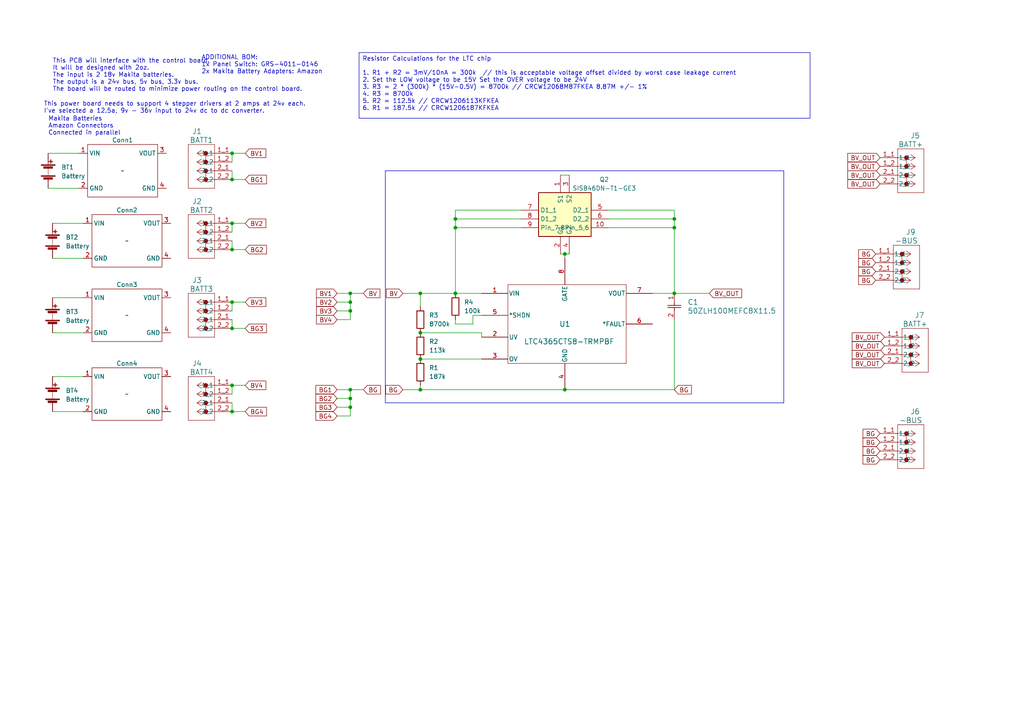
<source format=kicad_sch>
(kicad_sch (version 20230121) (generator eeschema)
  (paper "A4")
  (lib_symbols
    (symbol "2604-1102:2604-1102" (pin_names (offset 0.254))
      (property "Reference" "J" (at 8.89 6.35 0))
      (property "Value" "2604-1102" (at 0 0 0))
      (symbol "2604-1102_0_1"
        (polyline (pts (xy 5.08 -10.16) (xy 12.7 -10.16)) (stroke (width 0.127)))
        (polyline (pts (xy 5.08 2.54) (xy 5.08 -10.16)) (stroke (width 0.127)))
        (polyline (pts (xy 7.62 -5.08) (xy 7.62 -7.62)) (stroke (width 0.127)))
        (polyline (pts (xy 7.62 0) (xy 7.62 -2.54)) (stroke (width 0.127)))
        (polyline (pts (xy 10.16 -7.62) (xy 5.08 -7.62)) (stroke (width 0.127)))
        (polyline (pts (xy 10.16 -7.62) (xy 8.89 -8.4667)) (stroke (width 0.127)))
        (polyline (pts (xy 10.16 -7.62) (xy 8.89 -6.7733)) (stroke (width 0.127)))
        (polyline (pts (xy 10.16 -5.08) (xy 5.08 -5.08)) (stroke (width 0.127)))
        (polyline (pts (xy 10.16 -5.08) (xy 8.89 -5.9267)) (stroke (width 0.127)))
        (polyline (pts (xy 10.16 -5.08) (xy 8.89 -4.2333)) (stroke (width 0.127)))
        (polyline (pts (xy 10.16 -2.54) (xy 5.08 -2.54)) (stroke (width 0.127)))
        (polyline (pts (xy 10.16 -2.54) (xy 8.89 -3.3867)) (stroke (width 0.127)))
        (polyline (pts (xy 10.16 -2.54) (xy 8.89 -1.6933)) (stroke (width 0.127)))
        (polyline (pts (xy 10.16 0) (xy 5.08 0)) (stroke (width 0.127)))
        (polyline (pts (xy 10.16 0) (xy 8.89 -0.8467)) (stroke (width 0.127)))
        (polyline (pts (xy 10.16 0) (xy 8.89 0.8467)) (stroke (width 0.127)))
        (polyline (pts (xy 12.7 -10.16) (xy 12.7 2.54)) (stroke (width 0.127)))
        (polyline (pts (xy 12.7 2.54) (xy 5.08 2.54)) (stroke (width 0.127)))
        (circle (center 7.62 -7.62) (radius 0.127) (stroke (width 0.508)))
        (circle (center 7.62 -5.08) (radius 0.127) (stroke (width 0.508)))
        (circle (center 7.62 -2.54) (radius 0.127) (stroke (width 0.508)))
        (circle (center 7.62 0) (radius 0.127) (stroke (width 0.508)))
        (pin unspecified line (at 0 0 0) (length 5.08) (name "1_1") (number "1_1"))
        (pin unspecified line (at 0 -2.54 0) (length 5.08) (name "1_2") (number "1_2"))
        (pin unspecified line (at 0 -5.08 0) (length 5.08) (name "2_1") (number "2_1"))
        (pin unspecified line (at 0 -7.62 0) (length 5.08) (name "2_2") (number "2_2"))
      )
    )
    (symbol "50ZLH100MEFC8X11_5:50ZLH100MEFC8X11.5" (pin_names (offset 0.254))
      (property "Reference" "C" (at 3.81 3.81 0))
      (property "Value" "50ZLH100MEFC8X11.5" (at 3.81 -3.81 0))
      (symbol "50ZLH100MEFC8X11.5_1_1"
        (polyline (pts (xy 2.54 0) (xy 3.4798 0)) (stroke (width 0.2032)))
        (polyline (pts (xy 3.4798 -1.905) (xy 3.4798 1.905)) (stroke (width 0.2032)))
        (polyline (pts (xy 4.1148 -1.905) (xy 4.1148 1.905)) (stroke (width 0.2032)))
        (polyline (pts (xy 4.1148 0) (xy 5.08 0)) (stroke (width 0.2032)))
        (pin unspecified line (at 0 0 0) (length 2.54) (name "") (number "1"))
        (pin unspecified line (at 7.62 0 180) (length 2.54) (name "") (number "2"))
      )
      (symbol "50ZLH100MEFC8X11.5_1_2"
        (polyline (pts (xy -1.905 -4.1148) (xy 1.905 -4.1148)) (stroke (width 0.2032)))
        (polyline (pts (xy -1.905 -3.4798) (xy 1.905 -3.4798)) (stroke (width 0.2032)))
        (polyline (pts (xy 0 -4.1148) (xy 0 -5.08)) (stroke (width 0.2032)))
        (polyline (pts (xy 0 -2.54) (xy 0 -3.4798)) (stroke (width 0.2032)))
        (pin unspecified line (at 0 0 270) (length 2.54) (name "") (number "1"))
        (pin unspecified line (at 0 -7.62 90) (length 2.54) (name "") (number "2"))
      )
    )
    (symbol "Device:Battery" (pin_numbers hide) (pin_names (offset 0) hide)
      (property "Reference" "BT" (at 2.54 2.54 0))
      (property "Value" "Battery" (at 2.54 0 0))
      (symbol "Battery_0_1"
        (rectangle (start -2.032 -1.397) (end 2.032 -1.651) (fill (type outline)))
        (rectangle (start -2.032 1.778) (end 2.032 1.524) (fill (type outline)))
        (rectangle (start -1.3208 -1.9812) (end 1.27 -2.4892) (fill (type outline)))
        (rectangle (start -1.3208 1.1938) (end 1.27 0.6858) (fill (type outline)))
        (polyline (pts (xy 0 -1.524) (xy 0 -1.27)))
        (polyline (pts (xy 0 -1.016) (xy 0 -0.762)))
        (polyline (pts (xy 0 -0.508) (xy 0 -0.254)))
        (polyline (pts (xy 0 0) (xy 0 0.254)))
        (polyline (pts (xy 0 0.508) (xy 0 0.762)))
        (polyline (pts (xy 0 1.778) (xy 0 2.54)))
        (polyline (pts (xy 0.254 2.667) (xy 1.27 2.667)) (stroke (width 0.254)))
        (polyline (pts (xy 0.762 3.175) (xy 0.762 2.159)) (stroke (width 0.254)))
      )
      (symbol "Battery_1_1"
        (pin passive line (at 0 5.08 270) (length 2.54) (name "+") (number "1"))
        (pin passive line (at 0 -5.08 90) (length 2.54) (name "-") (number "2"))
      )
    )
    (symbol "Device:R" (pin_numbers hide) (pin_names (offset 0))
      (property "Reference" "R" (at 2.032 0 90))
      (property "Value" "R" (at 0 0 90))
      (symbol "R_0_1"
        (rectangle (start -1.016 -2.54) (end 1.016 2.54) (stroke (width 0.254)))
      )
      (symbol "R_1_1"
        (pin passive line (at 0 3.81 270) (length 1.27) (name "~") (number "1"))
        (pin passive line (at 0 -3.81 90) (length 1.27) (name "~") (number "2"))
      )
    )
    (symbol "LTC4365CTS8_TRMPBF:LTC4365CTS8-TRMPBF" (pin_names (offset 0.254))
      (property "Reference" "U" (at 1.27 1.27 0))
      (property "Value" "LTC4365CTS8-TRMPBF" (at 1.27 -2.54 0))
      (symbol "LTC4365CTS8-TRMPBF_0_1"
        (polyline (pts (xy -16.51 -11.43) (xy 17.78 -11.43)) (stroke (width 0.127)))
        (polyline (pts (xy -16.51 11.43) (xy -16.51 -11.43)) (stroke (width 0.127)))
        (polyline (pts (xy 17.78 -11.43) (xy 17.78 11.43)) (stroke (width 0.127)))
        (polyline (pts (xy 17.78 11.43) (xy -16.51 11.43)) (stroke (width 0.127)))
        (pin input line (at -24.13 8.89 0) (length 7.62) (name "VIN") (number "1"))
        (pin input line (at -24.13 -3.81 0) (length 7.62) (name "UV") (number "2"))
        (pin input line (at -24.13 -10.16 0) (length 7.62) (name "OV") (number "3"))
        (pin power_in line (at 0 -19.05 90) (length 7.62) (name "GND") (number "4"))
        (pin input line (at -24.13 2.54 0) (length 7.62) (name "*SHDN") (number "5"))
        (pin output line (at 25.4 0 180) (length 7.62) (name "*FAULT") (number "6"))
        (pin output line (at 25.4 8.89 180) (length 7.62) (name "VOUT") (number "7"))
        (pin output line (at 0 19.05 270) (length 7.62) (name "GATE") (number "8"))
      )
    )
    (symbol "MakitaBatteryAdapter:MakitaBatteryAdapter"
      (property "Reference" "Conn" (at 0 10.16 0))
      (symbol "MakitaBatteryAdapter_0_1"
        (rectangle (start -10.16 7.62) (end 10.16 -7.62))
      )
      (symbol "MakitaBatteryAdapter_1_1"
        (pin input line (at -12.7 5.08 0) (length 2.54) (name "VIN") (number "1"))
        (pin input line (at -12.7 -5.08 0) (length 2.54) (name "GND") (number "2"))
        (pin output line (at 12.7 5.08 180) (length 2.54) (name "VOUT") (number "3"))
        (pin output line (at 12.7 -5.08 180) (length 2.54) (name "GND") (number "4"))
      )
    )
    (symbol "SISB46DN-T1-GE3:SISB46DN-T1-GE3"
      (property "Reference" "Q" (at 8.89 12.7 0))
      (property "Value" "SISB46DN-T1-GE3" (at 8.89 10.16 0))
      (symbol "SISB46DN-T1-GE3_1_1"
        (rectangle (start -7.62 7.62) (end 7.62 -5.08) (stroke (width 0.254)) (fill (type background)))
        (pin passive line (at -1.27 12.7 270) (length 5.08) (name "S1") (number "1"))
        (pin passive line (at 12.7 -2.54 180) (length 5.08) (name "Pin_5,6") (number "10"))
        (pin passive line (at -1.27 -10.16 90) (length 5.08) (name "G1") (number "2"))
        (pin passive line (at 1.27 12.7 270) (length 5.08) (name "S2") (number "3"))
        (pin passive line (at 1.27 -10.16 90) (length 5.08) (name "G2") (number "4"))
        (pin passive line (at 12.7 2.54 180) (length 5.08) (name "D2_1") (number "5"))
        (pin passive line (at 12.7 0 180) (length 5.08) (name "D2_2") (number "6"))
        (pin passive line (at -12.7 2.54 0) (length 5.08) (name "D1_1") (number "7"))
        (pin passive line (at -12.7 0 0) (length 5.08) (name "D1_2") (number "8"))
        (pin passive line (at -12.7 -2.54 0) (length 5.08) (name "Pin_7,8") (number "9"))
      )
    )
  )
  (junction (at 132.08 63.5))
  (junction (at 67.31 44.45))
  (junction (at 132.08 85.09))
  (junction (at 67.31 87.63))
  (junction (at 195.58 63.5))
  (junction (at 67.31 72.39))
  (junction (at 195.58 66.04))
  (junction (at 101.6 85.09))
  (junction (at 67.31 119.38))
  (junction (at 67.31 95.25))
  (junction (at 101.6 90.17))
  (junction (at 101.6 87.63))
  (junction (at 67.31 52.07))
  (junction (at 121.92 104.14))
  (junction (at 195.58 85.09))
  (junction (at 101.6 113.03))
  (junction (at 101.6 118.11))
  (junction (at 67.31 111.76))
  (junction (at 67.31 64.77))
  (junction (at 132.08 66.04))
  (junction (at 163.83 73.66))
  (junction (at 121.92 85.09))
  (junction (at 121.92 113.03))
  (junction (at 121.92 96.52))
  (junction (at 163.83 113.03))
  (junction (at 101.6 115.57))
  (wire (pts (xy 116.84 113.03) (xy 121.92 113.03)))
  (wire (pts (xy 67.31 116.84) (xy 67.31 119.38)))
  (wire (pts (xy 162.56 50.8) (xy 165.1 50.8)))
  (wire (pts (xy 176.53 63.5) (xy 195.58 63.5)))
  (wire (pts (xy 165.1 73.66) (xy 163.83 73.66)))
  (wire (pts (xy 132.08 63.5) (xy 151.13 63.5)))
  (wire (pts (xy 97.79 90.17) (xy 101.6 90.17)))
  (wire (pts (xy 67.31 72.39) (xy 71.12 72.39)))
  (wire (pts (xy 101.6 92.71) (xy 101.6 90.17)))
  (wire (pts (xy 195.58 85.09) (xy 205.74 85.09)))
  (wire (pts (xy 121.92 113.03) (xy 163.83 113.03)))
  (wire (pts (xy 132.08 66.04) (xy 151.13 66.04)))
  (wire (pts (xy 101.6 87.63) (xy 101.6 85.09)))
  (wire (pts (xy 13.97 44.45) (xy 22.86 44.45)))
  (wire (pts (xy 15.24 64.77) (xy 24.13 64.77)))
  (wire (pts (xy 139.7 96.52) (xy 139.7 97.79)))
  (wire (pts (xy 132.08 63.5) (xy 132.08 66.04)))
  (wire (pts (xy 67.31 44.45) (xy 67.31 46.99)))
  (wire (pts (xy 97.79 113.03) (xy 101.6 113.03)))
  (wire (pts (xy 163.83 73.66) (xy 163.83 74.93)))
  (wire (pts (xy 67.31 119.38) (xy 71.12 119.38)))
  (wire (pts (xy 67.31 64.77) (xy 71.12 64.77)))
  (wire (pts (xy 101.6 118.11) (xy 101.6 115.57)))
  (wire (pts (xy 71.12 52.07) (xy 67.31 52.07)))
  (wire (pts (xy 121.92 104.14) (xy 139.7 104.14)))
  (wire (pts (xy 195.58 60.96) (xy 195.58 63.5)))
  (wire (pts (xy 97.79 115.57) (xy 101.6 115.57)))
  (wire (pts (xy 67.31 64.77) (xy 67.31 67.31)))
  (wire (pts (xy 121.92 88.9) (xy 121.92 85.09)))
  (wire (pts (xy 101.6 90.17) (xy 101.6 87.63)))
  (wire (pts (xy 195.58 66.04) (xy 195.58 85.09)))
  (wire (pts (xy 195.58 113.03) (xy 163.83 113.03)))
  (wire (pts (xy 116.84 85.09) (xy 121.92 85.09)))
  (wire (pts (xy 132.08 60.96) (xy 151.13 60.96)))
  (wire (pts (xy 176.53 66.04) (xy 195.58 66.04)))
  (wire (pts (xy 101.6 120.65) (xy 101.6 118.11)))
  (wire (pts (xy 67.31 69.85) (xy 67.31 72.39)))
  (wire (pts (xy 67.31 111.76) (xy 71.12 111.76)))
  (wire (pts (xy 132.08 93.98) (xy 137.16 93.98)))
  (wire (pts (xy 162.56 73.66) (xy 163.83 73.66)))
  (wire (pts (xy 195.58 63.5) (xy 195.58 66.04)))
  (wire (pts (xy 121.92 85.09) (xy 132.08 85.09)))
  (wire (pts (xy 15.24 86.36) (xy 24.13 86.36)))
  (wire (pts (xy 137.16 91.44) (xy 139.7 91.44)))
  (wire (pts (xy 97.79 85.09) (xy 101.6 85.09)))
  (wire (pts (xy 101.6 85.09) (xy 105.41 85.09)))
  (wire (pts (xy 132.08 92.71) (xy 132.08 93.98)))
  (wire (pts (xy 97.79 87.63) (xy 101.6 87.63)))
  (wire (pts (xy 67.31 87.63) (xy 71.12 87.63)))
  (wire (pts (xy 195.58 92.71) (xy 195.58 113.03)))
  (wire (pts (xy 67.31 44.45) (xy 71.12 44.45)))
  (wire (pts (xy 189.23 85.09) (xy 195.58 85.09)))
  (wire (pts (xy 67.31 95.25) (xy 71.12 95.25)))
  (wire (pts (xy 101.6 115.57) (xy 101.6 113.03)))
  (wire (pts (xy 97.79 92.71) (xy 101.6 92.71)))
  (wire (pts (xy 121.92 111.76) (xy 121.92 113.03)))
  (wire (pts (xy 97.79 120.65) (xy 101.6 120.65)))
  (wire (pts (xy 101.6 113.03) (xy 105.41 113.03)))
  (wire (pts (xy 13.97 54.61) (xy 22.86 54.61)))
  (wire (pts (xy 67.31 49.53) (xy 67.31 52.07)))
  (wire (pts (xy 132.08 85.09) (xy 139.7 85.09)))
  (wire (pts (xy 24.13 119.38) (xy 15.24 119.38)))
  (wire (pts (xy 67.31 111.76) (xy 67.31 114.3)))
  (wire (pts (xy 97.79 118.11) (xy 101.6 118.11)))
  (wire (pts (xy 137.16 93.98) (xy 137.16 91.44)))
  (wire (pts (xy 67.31 92.71) (xy 67.31 95.25)))
  (wire (pts (xy 15.24 109.22) (xy 24.13 109.22)))
  (wire (pts (xy 132.08 66.04) (xy 132.08 85.09)))
  (wire (pts (xy 24.13 74.93) (xy 15.24 74.93)))
  (wire (pts (xy 132.08 60.96) (xy 132.08 63.5)))
  (wire (pts (xy 176.53 60.96) (xy 195.58 60.96)))
  (wire (pts (xy 24.13 96.52) (xy 15.24 96.52)))
  (wire (pts (xy 67.31 87.63) (xy 67.31 90.17)))
  (wire (pts (xy 121.92 96.52) (xy 139.7 96.52)))
  (rectangle (start 111.76 49.53) (end 227.33 116.84))
  (text_box "Resistor Calculations for the LTC chip\n\n1. R1 + R2 = 3mV/10nA = 300k  // this is acceptable voltage offset divided by worst case leakage current\n2. Set the LOW voltage to be 15V Set the OVER voltage to be 24V\n3. R3 = 2 * (300k) * (15V-0.5V) = 8700k // CRCW12068M87FKEA 8.87M +/- 1%\n4. R3 = 8700k\n5. R2 = 112.5k // CRCW1206113KFKEA\n6. R1 = 187.5k // CRCW1206187KFKEA\n" (at 104.14 15.24 0) (size 130.81 19.05) (effects (font (size 1.27 1.27)) (justify left top)))
  (text "Makita Batteries\nAmazon Connectors\nConnected in parallel" (at 13.97 39.37 0) (effects (font (size 1.27 1.27)) (justify left bottom)))
  (text "ADDITIONAL BOM:\n1x Panel Switch: GRS-4011-0146\n2x Makita Battery Adapters: Amazon" (at 58.42 21.59 0) (effects (font (size 1.27 1.27)) (justify left bottom)))
  (text "This power board needs to support 4 stepper drivers at 2 amps at 24v each. \nI've selected a 12.5a, 9v - 36v input to 24v dc to dc converter." (at 12.7 33.02 0) (effects (font (size 1.27 1.27)) (justify left bottom)))
  (text "This PCB will interface with the control board. \nIt will be designed with 2oz. \nThe input is 2 18v Makita batteries. \nThe output is a 24v bus, 5v bus, 3.3v bus.\nThe board will be routed to minimize power routing on the control board." (at 15.24 26.67 0) (effects (font (size 1.27 1.27)) (justify left bottom)))
  (global_label "BG2" (shape input) (at 71.12 72.39 0) (property "Intersheetrefs" "${INTERSHEET_REFS}" (effects hide)))
  (global_label "BV_OUT" (shape input) (at 255.27 50.8 180) (property "Intersheetrefs" "${INTERSHEET_REFS}" (effects hide)))
  (global_label "BG" (shape input) (at 255.27 128.27 180) (property "Intersheetrefs" "${INTERSHEET_REFS}" (effects hide)))
  (global_label "BG4" (shape input) (at 97.79 120.65 180) (property "Intersheetrefs" "${INTERSHEET_REFS}" (effects hide)))
  (global_label "BG" (shape input) (at 254 81.28 180) (property "Intersheetrefs" "${INTERSHEET_REFS}" (effects hide)))
  (global_label "BG" (shape input) (at 254 73.66 180) (property "Intersheetrefs" "${INTERSHEET_REFS}" (effects hide)))
  (global_label "BG" (shape input) (at 116.84 113.03 180) (property "Intersheetrefs" "${INTERSHEET_REFS}" (effects hide)))
  (global_label "BV_OUT" (shape input) (at 256.54 102.87 180) (property "Intersheetrefs" "${INTERSHEET_REFS}" (effects hide)))
  (global_label "BV_OUT" (shape input) (at 256.54 97.79 180) (property "Intersheetrefs" "${INTERSHEET_REFS}" (effects hide)))
  (global_label "BV_OUT" (shape input) (at 255.27 45.72 180) (property "Intersheetrefs" "${INTERSHEET_REFS}" (effects hide)))
  (global_label "BG4" (shape input) (at 71.12 119.38 0) (property "Intersheetrefs" "${INTERSHEET_REFS}" (effects hide)))
  (global_label "BV4" (shape input) (at 71.12 111.76 0) (property "Intersheetrefs" "${INTERSHEET_REFS}" (effects hide)))
  (global_label "BV_OUT" (shape input) (at 256.54 105.41 180) (property "Intersheetrefs" "${INTERSHEET_REFS}" (effects hide)))
  (global_label "BV_OUT" (shape input) (at 255.27 48.26 180) (property "Intersheetrefs" "${INTERSHEET_REFS}" (effects hide)))
  (global_label "BV1" (shape input) (at 71.12 44.45 0) (property "Intersheetrefs" "${INTERSHEET_REFS}" (effects hide)))
  (global_label "BG" (shape input) (at 195.58 113.03 0) (property "Intersheetrefs" "${INTERSHEET_REFS}" (effects hide)))
  (global_label "BV1" (shape input) (at 97.79 85.09 180) (property "Intersheetrefs" "${INTERSHEET_REFS}" (effects hide)))
  (global_label "BG" (shape input) (at 254 76.2 180) (property "Intersheetrefs" "${INTERSHEET_REFS}" (effects hide)))
  (global_label "BV" (shape input) (at 116.84 85.09 180) (property "Intersheetrefs" "${INTERSHEET_REFS}" (effects hide)))
  (global_label "BG" (shape input) (at 254 78.74 180) (property "Intersheetrefs" "${INTERSHEET_REFS}" (effects hide)))
  (global_label "BG" (shape input) (at 255.27 125.73 180) (property "Intersheetrefs" "${INTERSHEET_REFS}" (effects hide)))
  (global_label "BV2" (shape input) (at 71.12 64.77 0) (property "Intersheetrefs" "${INTERSHEET_REFS}" (effects hide)))
  (global_label "BG" (shape input) (at 255.27 130.81 180) (property "Intersheetrefs" "${INTERSHEET_REFS}" (effects hide)))
  (global_label "BV_OUT" (shape input) (at 256.54 100.33 180) (property "Intersheetrefs" "${INTERSHEET_REFS}" (effects hide)))
  (global_label "BG3" (shape input) (at 71.12 95.25 0) (property "Intersheetrefs" "${INTERSHEET_REFS}" (effects hide)))
  (global_label "BV" (shape input) (at 105.41 85.09 0) (property "Intersheetrefs" "${INTERSHEET_REFS}" (effects hide)))
  (global_label "BV_OUT" (shape input) (at 255.27 53.34 180) (property "Intersheetrefs" "${INTERSHEET_REFS}" (effects hide)))
  (global_label "BV_OUT" (shape input) (at 205.74 85.09 0) (property "Intersheetrefs" "${INTERSHEET_REFS}" (effects hide)))
  (global_label "BG3" (shape input) (at 97.79 118.11 180) (property "Intersheetrefs" "${INTERSHEET_REFS}" (effects hide)))
  (global_label "BG1" (shape input) (at 97.79 113.03 180) (property "Intersheetrefs" "${INTERSHEET_REFS}" (effects hide)))
  (global_label "BV4" (shape input) (at 97.79 92.71 180) (property "Intersheetrefs" "${INTERSHEET_REFS}" (effects hide)))
  (global_label "BG1" (shape input) (at 71.12 52.07 0) (property "Intersheetrefs" "${INTERSHEET_REFS}" (effects hide)))
  (global_label "BV3" (shape input) (at 71.12 87.63 0) (property "Intersheetrefs" "${INTERSHEET_REFS}" (effects hide)))
  (global_label "BG" (shape input) (at 105.41 113.03 0) (property "Intersheetrefs" "${INTERSHEET_REFS}" (effects hide)))
  (global_label "BV3" (shape input) (at 97.79 90.17 180) (property "Intersheetrefs" "${INTERSHEET_REFS}" (effects hide)))
  (global_label "BG" (shape input) (at 255.27 133.35 180) (property "Intersheetrefs" "${INTERSHEET_REFS}" (effects hide)))
  (global_label "BG2" (shape input) (at 97.79 115.57 180) (property "Intersheetrefs" "${INTERSHEET_REFS}" (effects hide)))
  (global_label "BV2" (shape input) (at 97.79 87.63 180) (property "Intersheetrefs" "${INTERSHEET_REFS}" (effects hide)))
  (symbol (lib_id "Device:Battery") (at 15.24 91.44 0) (unit 1)
    (property "Reference" "BT3" (at 19.05 90.424 0) (effects (justify left)))
    (property "Value" "Battery" (at 19.05 92.964 0) (effects (justify left)))
  )
  (symbol (lib_id "Device:R") (at 121.92 92.71 0) (unit 1)
    (property "Reference" "R3" (at 124.46 91.44 0) (effects (justify left)))
    (property "Value" "8700k" (at 124.46 93.98 0) (effects (justify left)))
    (property "Footprint" "Resistor_SMD:R_1206_3216Metric_Pad1.30x1.75mm_HandSolder" (effects hide))
    (property "Part Number" "CRCW12068M87FKEA" (effects hide))
  )
  (symbol (lib_id "LTC4365CTS8_TRMPBF:LTC4365CTS8-TRMPBF") (at 163.83 93.98 0) (unit 1)
    (property "Reference" "U1" (at 163.83 93.98 0) (effects (font (size 1.524 1.524))))
    (property "Value" "LTC4365CTS8-TRMPBF" (at 165.1 99.06 0) (effects (font (size 1.524 1.524))))
    (property "Footprint" "TSOT-23_TS8_LIT" (effects hide))
    (property "Datasheet" "LTC4365CTS8-TRMPBF" (effects hide))
  )
  (symbol (lib_id "SISB46DN-T1-GE3:SISB46DN-T1-GE3") (at 163.83 63.5 0) (unit 1)
    (property "Reference" "Q2" (at 175.26 52.07 0))
    (property "Value" "SISB46DN-T1-GE3" (at 175.26 54.61 0))
    (property "Footprint" "SISB46DN-T1-GE3:SISB46DN-T1-GE3" (effects hide))
    (property "Datasheet" "http://www.vishay.com/docs/76655/sisb46dn.pdf" (effects hide))
    (property "Mouser Part Number" "78-SISB46DN-T1-GE3" (effects hide))
    (property "Mouser Price/Stock" "https://www.mouser.co.uk/ProductDetail/Vishay-Semiconductors/SISB46DN-T1-GE3?qs=YQnJFR48xcC%252BccQ4iqTVJg%3D%3D" (effects hide))
    (property "Manufacturer_Name" "Vishay" (effects hide))
    (property "Manufacturer_Part_Number" "SISB46DN-T1-GE3" (effects hide))
  )
  (symbol (lib_id "2604-1102:2604-1102") (at 67.31 44.45 0) (mirror y) (unit 1)
    (property "Reference" "J1" (at 57.15 38.1 0) (effects (font (size 1.524 1.524))))
    (property "Value" "BATT1" (at 58.42 40.64 0) (effects (font (size 1.524 1.524))))
    (property "Footprint" "2604-1102:2604" (effects hide))
    (property "Datasheet" "2604-1102" (effects hide))
    (property "Part Number" "2604-1102" (effects hide))
  )
  (symbol (lib_id "Device:Battery") (at 15.24 114.3 0) (unit 1)
    (property "Reference" "BT4" (at 19.05 113.284 0) (effects (justify left)))
    (property "Value" "Battery" (at 19.05 115.824 0) (effects (justify left)))
  )
  (symbol (lib_id "MakitaBatteryAdapter:MakitaBatteryAdapter") (at 36.83 114.3 0) (unit 1)
    (property "Reference" "Conn4" (at 36.83 105.41 0))
    (property "Value" "~" (at 36.83 114.3 0))
  )
  (symbol (lib_id "MakitaBatteryAdapter:MakitaBatteryAdapter") (at 36.83 69.85 0) (unit 1)
    (property "Reference" "Conn2" (at 36.83 60.96 0))
    (property "Value" "~" (at 36.83 69.85 0))
  )
  (symbol (lib_id "2604-1102:2604-1102") (at 67.31 64.77 0) (mirror y) (unit 1)
    (property "Reference" "J2" (at 57.15 58.42 0) (effects (font (size 1.524 1.524))))
    (property "Value" "BATT2" (at 58.42 60.96 0) (effects (font (size 1.524 1.524))))
    (property "Footprint" "2604-1102:2604" (effects hide))
    (property "Datasheet" "2604-1102" (effects hide))
    (property "Part Number" "2604-1102" (effects hide))
  )
  (symbol (lib_id "2604-1102:2604-1102") (at 255.27 125.73 0) (unit 1)
    (property "Reference" "J6" (at 265.43 119.38 0) (effects (font (size 1.524 1.524))))
    (property "Value" "-BUS" (at 264.16 121.92 0) (effects (font (size 1.524 1.524))))
    (property "Footprint" "2604-1102:2604" (effects hide))
    (property "Datasheet" "2604-1102" (effects hide))
    (property "Part Number" "2604-1102" (effects hide))
  )
  (symbol (lib_id "MakitaBatteryAdapter:MakitaBatteryAdapter") (at 35.56 49.53 0) (unit 1)
    (property "Reference" "Conn1" (at 35.56 40.64 0))
    (property "Value" "~" (at 35.56 49.53 0))
  )
  (symbol (lib_id "2604-1102:2604-1102") (at 256.54 97.79 0) (unit 1)
    (property "Reference" "J7" (at 266.7 91.44 0) (effects (font (size 1.524 1.524))))
    (property "Value" "BATT+" (at 265.43 93.98 0) (effects (font (size 1.524 1.524))))
    (property "Footprint" "2604-1102:2604" (effects hide))
    (property "Datasheet" "2604-1102" (effects hide))
    (property "Part Number" "2604-1102" (effects hide))
  )
  (symbol (lib_id "2604-1102:2604-1102") (at 255.27 45.72 0) (unit 1)
    (property "Reference" "J5" (at 265.43 39.37 0) (effects (font (size 1.524 1.524))))
    (property "Value" "BATT+" (at 264.16 41.91 0) (effects (font (size 1.524 1.524))))
    (property "Footprint" "2604-1102:2604" (effects hide))
    (property "Datasheet" "2604-1102" (effects hide))
    (property "Part Number" "2604-1102" (effects hide))
  )
  (symbol (lib_id "Device:Battery") (at 13.97 49.53 0) (unit 1)
    (property "Reference" "BT1" (at 17.78 48.514 0) (effects (justify left)))
    (property "Value" "Battery" (at 17.78 51.054 0) (effects (justify left)))
  )
  (symbol (lib_id "MakitaBatteryAdapter:MakitaBatteryAdapter") (at 36.83 91.44 0) (unit 1)
    (property "Reference" "Conn3" (at 36.83 82.55 0))
    (property "Value" "~" (at 36.83 91.44 0))
  )
  (symbol (lib_id "2604-1102:2604-1102") (at 254 73.66 0) (unit 1)
    (property "Reference" "J9" (at 264.16 67.31 0) (effects (font (size 1.524 1.524))))
    (property "Value" "-BUS" (at 262.89 69.85 0) (effects (font (size 1.524 1.524))))
    (property "Footprint" "2604-1102:2604" (effects hide))
    (property "Datasheet" "2604-1102" (effects hide))
    (property "Part Number" "2604-1102" (effects hide))
  )
  (symbol (lib_id "Device:R") (at 121.92 107.95 0) (unit 1)
    (property "Reference" "R1" (at 124.46 106.68 0) (effects (justify left)))
    (property "Value" "187k" (at 124.46 109.22 0) (effects (justify left)))
    (property "Footprint" "Resistor_SMD:R_1206_3216Metric_Pad1.30x1.75mm_HandSolder" (effects hide))
    (property "Part Number" "CRCW1206187KFKEA" (effects hide))
  )
  (symbol (lib_id "Device:R") (at 132.08 88.9 180) (unit 1)
    (property "Reference" "R4" (at 134.62 87.63 0) (effects (justify right)))
    (property "Value" "100k" (at 134.62 90.17 0) (effects (justify right)))
    (property "Footprint" "Resistor_SMD:R_1206_3216Metric_Pad1.30x1.75mm_HandSolder" (effects hide))
    (property "Part Number" "CRCW12068M87FKEA" (effects hide))
  )
  (symbol (lib_id "Device:R") (at 121.92 100.33 0) (unit 1)
    (property "Reference" "R2" (at 124.46 99.06 0) (effects (justify left)))
    (property "Value" "113k" (at 124.46 101.6 0) (effects (justify left)))
    (property "Footprint" "Resistor_SMD:R_1206_3216Metric_Pad1.30x1.75mm_HandSolder" (effects hide))
    (property "Part Number" "CRCW1206113KFKEA" (effects hide))
  )
  (symbol (lib_id "50ZLH100MEFC8X11_5:50ZLH100MEFC8X11.5") (at 195.58 85.09 270) (unit 1)
    (property "Reference" "C1" (at 199.39 87.63 90) (effects (font (size 1.524 1.524)) (justify left)))
    (property "Value" "50ZLH100MEFC8X11.5" (at 199.39 90.17 90) (effects (font (size 1.524 1.524)) (justify left)))
    (property "Footprint" "50ZLH100MEFC8X11_5:CAP_YX_8X11P5_RUB" (effects hide))
    (property "Datasheet" "50ZLH100MEFC8X11.5" (effects hide))
  )
  (symbol (lib_id "2604-1102:2604-1102") (at 67.31 111.76 0) (mirror y) (unit 1)
    (property "Reference" "J4" (at 57.15 105.41 0) (effects (font (size 1.524 1.524))))
    (property "Value" "BATT4" (at 58.42 107.95 0) (effects (font (size 1.524 1.524))))
    (property "Footprint" "2604-1102:2604" (effects hide))
    (property "Datasheet" "2604-1102" (effects hide))
    (property "Part Number" "2604-1102" (effects hide))
  )
  (symbol (lib_id "Device:Battery") (at 15.24 69.85 0) (unit 1)
    (property "Reference" "BT2" (at 19.05 68.834 0) (effects (justify left)))
    (property "Value" "Battery" (at 19.05 71.374 0) (effects (justify left)))
  )
  (symbol (lib_id "2604-1102:2604-1102") (at 67.31 87.63 0) (mirror y) (unit 1)
    (property "Reference" "J3" (at 57.15 81.28 0) (effects (font (size 1.524 1.524))))
    (property "Value" "BATT3" (at 58.42 83.82 0) (effects (font (size 1.524 1.524))))
    (property "Footprint" "2604-1102:2604" (effects hide))
    (property "Datasheet" "2604-1102" (effects hide))
    (property "Part Number" "2604-1102" (effects hide))
  )
)
</source>
